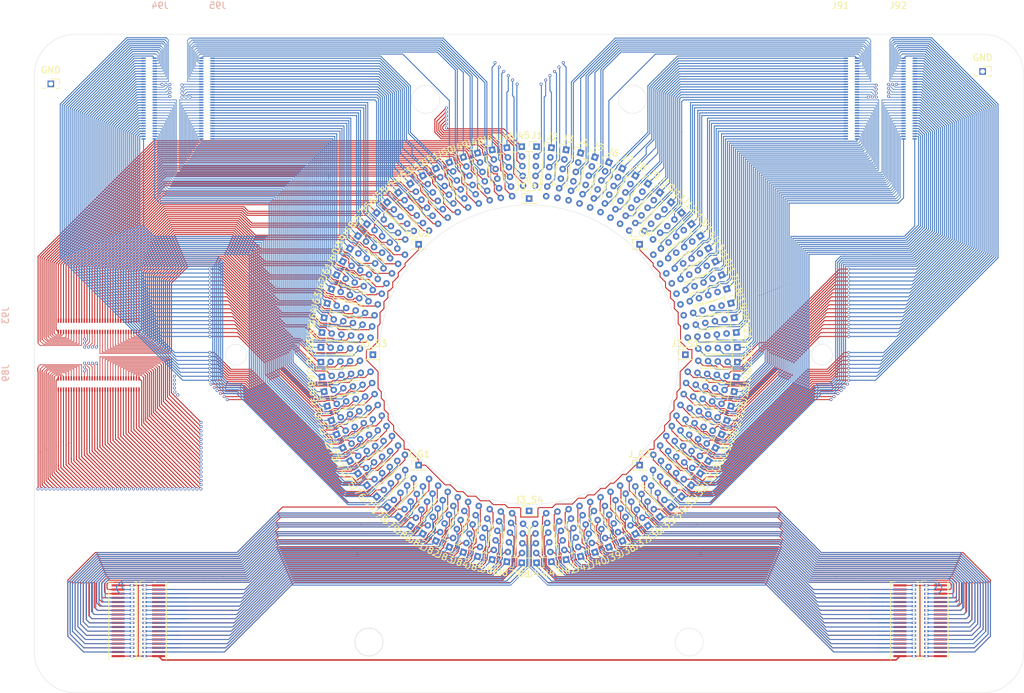
<source format=kicad_pcb>
(kicad_pcb (version 20221018) (generator pcbnew)

  (general
    (thickness 1.6)
  )

  (paper "A4")
  (layers
    (0 "F.Cu" signal)
    (1 "In1.Cu" signal)
    (2 "In2.Cu" signal)
    (31 "B.Cu" signal)
    (32 "B.Adhes" user "B.Adhesive")
    (33 "F.Adhes" user "F.Adhesive")
    (34 "B.Paste" user)
    (35 "F.Paste" user)
    (36 "B.SilkS" user "B.Silkscreen")
    (37 "F.SilkS" user "F.Silkscreen")
    (38 "B.Mask" user)
    (39 "F.Mask" user)
    (40 "Dwgs.User" user "User.Drawings")
    (41 "Cmts.User" user "User.Comments")
    (42 "Eco1.User" user "User.Eco1")
    (43 "Eco2.User" user "User.Eco2")
    (44 "Edge.Cuts" user)
    (45 "Margin" user)
    (46 "B.CrtYd" user "B.Courtyard")
    (47 "F.CrtYd" user "F.Courtyard")
    (48 "B.Fab" user)
    (49 "F.Fab" user)
  )

  (setup
    (stackup
      (layer "F.SilkS" (type "Top Silk Screen"))
      (layer "F.Paste" (type "Top Solder Paste"))
      (layer "F.Mask" (type "Top Solder Mask") (thickness 0.01))
      (layer "F.Cu" (type "copper") (thickness 0.035))
      (layer "dielectric 1" (type "prepreg") (thickness 0.1) (material "FR4") (epsilon_r 4.5) (loss_tangent 0.02))
      (layer "In1.Cu" (type "copper") (thickness 0.035))
      (layer "dielectric 2" (type "core") (thickness 1.24) (material "FR4") (epsilon_r 4.5) (loss_tangent 0.02))
      (layer "In2.Cu" (type "copper") (thickness 0.035))
      (layer "dielectric 3" (type "prepreg") (thickness 0.1) (material "FR4") (epsilon_r 4.5) (loss_tangent 0.02))
      (layer "B.Cu" (type "copper") (thickness 0.035))
      (layer "B.Mask" (type "Bottom Solder Mask") (thickness 0.01))
      (layer "B.Paste" (type "Bottom Solder Paste"))
      (layer "B.SilkS" (type "Bottom Silk Screen"))
      (copper_finish "None")
      (dielectric_constraints no)
    )
    (pad_to_mask_clearance 0.01)
    (solder_mask_min_width 0.01)
    (pcbplotparams
      (layerselection 0x00010fc_ffffffff)
      (plot_on_all_layers_selection 0x0000000_00000000)
      (disableapertmacros false)
      (usegerberextensions false)
      (usegerberattributes true)
      (usegerberadvancedattributes true)
      (creategerberjobfile true)
      (dashed_line_dash_ratio 12.000000)
      (dashed_line_gap_ratio 3.000000)
      (svgprecision 6)
      (plotframeref false)
      (viasonmask false)
      (mode 1)
      (useauxorigin false)
      (hpglpennumber 1)
      (hpglpenspeed 20)
      (hpglpendiameter 15.000000)
      (dxfpolygonmode true)
      (dxfimperialunits true)
      (dxfusepcbnewfont true)
      (psnegative false)
      (psa4output false)
      (plotreference true)
      (plotvalue true)
      (plotinvisibletext false)
      (sketchpadsonfab false)
      (subtractmaskfromsilk false)
      (outputformat 1)
      (mirror false)
      (drillshape 1)
      (scaleselection 1)
      (outputdirectory "")
    )
  )

  (net 0 "")
  (net 1 "unconnected-(J3_S4-Pin_1-Pad1)")
  (net 2 "unconnected-(J34-Pin_5-Pad5)")
  (net 3 "unconnected-(J34-Pin_4-Pad4)")
  (net 4 "unconnected-(J34-Pin_3-Pad3)")
  (net 5 "unconnected-(J34-Pin_2-Pad2)")
  (net 6 "unconnected-(J34-Pin_1-Pad1)")
  (net 7 "unconnected-(J35-Pin_6-Pad6)")
  (net 8 "unconnected-(J35-Pin_5-Pad5)")
  (net 9 "unconnected-(J35-Pin_4-Pad4)")
  (net 10 "unconnected-(J35-Pin_3-Pad3)")
  (net 11 "unconnected-(J35-Pin_2-Pad2)")
  (net 12 "unconnected-(J35-Pin_1-Pad1)")
  (net 13 "unconnected-(J36-Pin_6-Pad6)")
  (net 14 "unconnected-(J36-Pin_5-Pad5)")
  (net 15 "unconnected-(J36-Pin_4-Pad4)")
  (net 16 "unconnected-(J36-Pin_3-Pad3)")
  (net 17 "unconnected-(J36-Pin_2-Pad2)")
  (net 18 "Net-(J67-Pin_2)")
  (net 19 "Net-(J67-Pin_4)")
  (net 20 "Net-(J68-Pin_1)")
  (net 21 "Net-(J68-Pin_3)")
  (net 22 "Net-(J68-Pin_5)")
  (net 23 "Net-(J69-Pin_1)")
  (net 24 "Net-(J69-Pin_3)")
  (net 25 "Net-(J69-Pin_5)")
  (net 26 "Net-(J70-Pin_1)")
  (net 27 "Net-(J70-Pin_3)")
  (net 28 "Net-(J70-Pin_5)")
  (net 29 "Net-(J71-Pin_1)")
  (net 30 "Net-(J71-Pin_3)")
  (net 31 "Net-(J71-Pin_5)")
  (net 32 "unconnected-(J36-Pin_1-Pad1)")
  (net 33 "unconnected-(J37-Pin_6-Pad6)")
  (net 34 "unconnected-(J37-Pin_5-Pad5)")
  (net 35 "unconnected-(J37-Pin_4-Pad4)")
  (net 36 "unconnected-(J37-Pin_3-Pad3)")
  (net 37 "unconnected-(J37-Pin_2-Pad2)")
  (net 38 "unconnected-(J37-Pin_1-Pad1)")
  (net 39 "unconnected-(J38-Pin_6-Pad6)")
  (net 40 "unconnected-(J38-Pin_5-Pad5)")
  (net 41 "unconnected-(J38-Pin_4-Pad4)")
  (net 42 "unconnected-(J38-Pin_3-Pad3)")
  (net 43 "unconnected-(J38-Pin_2-Pad2)")
  (net 44 "unconnected-(J38-Pin_1-Pad1)")
  (net 45 "unconnected-(J39-Pin_6-Pad6)")
  (net 46 "unconnected-(J39-Pin_5-Pad5)")
  (net 47 "unconnected-(J39-Pin_4-Pad4)")
  (net 48 "Net-(J50-Pin_3)")
  (net 49 "Net-(J50-Pin_1)")
  (net 50 "Net-(J49-Pin_5)")
  (net 51 "Net-(J49-Pin_3)")
  (net 52 "Net-(J49-Pin_1)")
  (net 53 "Net-(J48-Pin_5)")
  (net 54 "Net-(J48-Pin_3)")
  (net 55 "Net-(J48-Pin_1)")
  (net 56 "Net-(J47-Pin_5)")
  (net 57 "Net-(J47-Pin_3)")
  (net 58 "Net-(J47-Pin_1)")
  (net 59 "Net-(J46-Pin_5)")
  (net 60 "Net-(J46-Pin_3)")
  (net 61 "Net-(J46-Pin_1)")
  (net 62 "Net-(J45-Pin_4)")
  (net 63 "Net-(J45-Pin_2)")
  (net 64 "Net-(J66-Pin_5)")
  (net 65 "Net-(J66-Pin_3)")
  (net 66 "Net-(J66-Pin_1)")
  (net 67 "Net-(J65-Pin_5)")
  (net 68 "Net-(J65-Pin_3)")
  (net 69 "Net-(J65-Pin_1)")
  (net 70 "Net-(J64-Pin_5)")
  (net 71 "Net-(J64-Pin_3)")
  (net 72 "Net-(J64-Pin_1)")
  (net 73 "Net-(J63-Pin_5)")
  (net 74 "Net-(J63-Pin_3)")
  (net 75 "Net-(J63-Pin_1)")
  (net 76 "Net-(J62-Pin_1)")
  (net 77 "Net-(J62-Pin_3)")
  (net 78 "Net-(J62-Pin_5)")
  (net 79 "Net-(J61-Pin_1)")
  (net 80 "Net-(J61-Pin_3)")
  (net 81 "Net-(J61-Pin_5)")
  (net 82 "Net-(J60-Pin_1)")
  (net 83 "Net-(J60-Pin_3)")
  (net 84 "Net-(J60-Pin_5)")
  (net 85 "Net-(J59-Pin_1)")
  (net 86 "Net-(J59-Pin_3)")
  (net 87 "Net-(J59-Pin_5)")
  (net 88 "Net-(J58-Pin_1)")
  (net 89 "Net-(J58-Pin_3)")
  (net 90 "Net-(J58-Pin_5)")
  (net 91 "Net-(J57-Pin_1)")
  (net 92 "Net-(J57-Pin_3)")
  (net 93 "Net-(J57-Pin_5)")
  (net 94 "Net-(J56-Pin_4)")
  (net 95 "Net-(J56-Pin_2)")
  (net 96 "Net-(J55-Pin_5)")
  (net 97 "Net-(J55-Pin_3)")
  (net 98 "Net-(J55-Pin_1)")
  (net 99 "Net-(J54-Pin_5)")
  (net 100 "Net-(J54-Pin_3)")
  (net 101 "Net-(J54-Pin_1)")
  (net 102 "Net-(J53-Pin_5)")
  (net 103 "Net-(J53-Pin_3)")
  (net 104 "Net-(J53-Pin_1)")
  (net 105 "Net-(J52-Pin_5)")
  (net 106 "Net-(J52-Pin_3)")
  (net 107 "Net-(J52-Pin_1)")
  (net 108 "Net-(J51-Pin_5)")
  (net 109 "Net-(J51-Pin_3)")
  (net 110 "Net-(J51-Pin_1)")
  (net 111 "Net-(J50-Pin_5)")
  (net 112 "unconnected-(J39-Pin_3-Pad3)")
  (net 113 "unconnected-(J39-Pin_2-Pad2)")
  (net 114 "unconnected-(J39-Pin_1-Pad1)")
  (net 115 "unconnected-(J40-Pin_6-Pad6)")
  (net 116 "unconnected-(J40-Pin_5-Pad5)")
  (net 117 "unconnected-(J40-Pin_4-Pad4)")
  (net 118 "unconnected-(J40-Pin_3-Pad3)")
  (net 119 "unconnected-(J40-Pin_2-Pad2)")
  (net 120 "unconnected-(J40-Pin_1-Pad1)")
  (net 121 "unconnected-(J41-Pin_6-Pad6)")
  (net 122 "unconnected-(J41-Pin_5-Pad5)")
  (net 123 "unconnected-(J41-Pin_4-Pad4)")
  (net 124 "unconnected-(J41-Pin_3-Pad3)")
  (net 125 "unconnected-(J41-Pin_2-Pad2)")
  (net 126 "unconnected-(J41-Pin_1-Pad1)")
  (net 127 "unconnected-(J42-Pin_6-Pad6)")
  (net 128 "Net-(J23-Pin_2)")
  (net 129 "Net-(J23-Pin_4)")
  (net 130 "Net-(J24-Pin_1)")
  (net 131 "Net-(J24-Pin_3)")
  (net 132 "Net-(J24-Pin_5)")
  (net 133 "Net-(J25-Pin_1)")
  (net 134 "Net-(J25-Pin_3)")
  (net 135 "Net-(J25-Pin_5)")
  (net 136 "Net-(J26-Pin_1)")
  (net 137 "Net-(J26-Pin_3)")
  (net 138 "Net-(J26-Pin_5)")
  (net 139 "Net-(J27-Pin_1)")
  (net 140 "Net-(J27-Pin_3)")
  (net 141 "Net-(J27-Pin_5)")
  (net 142 "Net-(J28-Pin_1)")
  (net 143 "Net-(J28-Pin_3)")
  (net 144 "Net-(J28-Pin_5)")
  (net 145 "Net-(J29-Pin_1)")
  (net 146 "Net-(J29-Pin_3)")
  (net 147 "Net-(J29-Pin_5)")
  (net 148 "Net-(J30-Pin_1)")
  (net 149 "Net-(J30-Pin_3)")
  (net 150 "Net-(J30-Pin_5)")
  (net 151 "Net-(J31-Pin_1)")
  (net 152 "Net-(J31-Pin_3)")
  (net 153 "Net-(J31-Pin_5)")
  (net 154 "Net-(J32-Pin_1)")
  (net 155 "Net-(J32-Pin_3)")
  (net 156 "Net-(J32-Pin_5)")
  (net 157 "Net-(J33-Pin_1)")
  (net 158 "Net-(J33-Pin_3)")
  (net 159 "Net-(J33-Pin_5)")
  (net 160 "unconnected-(J42-Pin_5-Pad5)")
  (net 161 "unconnected-(J42-Pin_4-Pad4)")
  (net 162 "unconnected-(J42-Pin_3-Pad3)")
  (net 163 "unconnected-(J42-Pin_2-Pad2)")
  (net 164 "unconnected-(J42-Pin_1-Pad1)")
  (net 165 "unconnected-(J43-Pin_6-Pad6)")
  (net 166 "unconnected-(J43-Pin_5-Pad5)")
  (net 167 "unconnected-(J43-Pin_4-Pad4)")
  (net 168 "unconnected-(J43-Pin_3-Pad3)")
  (net 169 "unconnected-(J43-Pin_2-Pad2)")
  (net 170 "unconnected-(J43-Pin_1-Pad1)")
  (net 171 "unconnected-(J44-Pin_5-Pad5)")
  (net 172 "unconnected-(J44-Pin_4-Pad4)")
  (net 173 "unconnected-(J44-Pin_3-Pad3)")
  (net 174 "unconnected-(J44-Pin_2-Pad2)")
  (net 175 "unconnected-(J44-Pin_1-Pad1)")
  (net 176 "Net-(J6-Pin_5)")
  (net 177 "Net-(J7-Pin_1)")
  (net 178 "Net-(J7-Pin_3)")
  (net 179 "Net-(J7-Pin_5)")
  (net 180 "Net-(J8-Pin_1)")
  (net 181 "Net-(J8-Pin_3)")
  (net 182 "Net-(J8-Pin_5)")
  (net 183 "Net-(J9-Pin_1)")
  (net 184 "Net-(J9-Pin_3)")
  (net 185 "Net-(J9-Pin_5)")
  (net 186 "Net-(J10-Pin_1)")
  (net 187 "Net-(J10-Pin_3)")
  (net 188 "Net-(J10-Pin_5)")
  (net 189 "Net-(J11-Pin_1)")
  (net 190 "Net-(J11-Pin_3)")
  (net 191 "Net-(J11-Pin_5)")
  (net 192 "Net-(J12-Pin_2)")
  (net 193 "Net-(J12-Pin_4)")
  (net 194 "Net-(J13-Pin_5)")
  (net 195 "Net-(J13-Pin_3)")
  (net 196 "Net-(J13-Pin_1)")
  (net 197 "Net-(J14-Pin_5)")
  (net 198 "Net-(J14-Pin_3)")
  (net 199 "Net-(J14-Pin_1)")
  (net 200 "Net-(J15-Pin_5)")
  (net 201 "Net-(J15-Pin_3)")
  (net 202 "Net-(J15-Pin_1)")
  (net 203 "Net-(J16-Pin_5)")
  (net 204 "Net-(J16-Pin_3)")
  (net 205 "Net-(J16-Pin_1)")
  (net 206 "Net-(J17-Pin_5)")
  (net 207 "Net-(J17-Pin_3)")
  (net 208 "Net-(J17-Pin_1)")
  (net 209 "Net-(J18-Pin_5)")
  (net 210 "Net-(J18-Pin_3)")
  (net 211 "Net-(J18-Pin_1)")
  (net 212 "Net-(J19-Pin_1)")
  (net 213 "Net-(J19-Pin_3)")
  (net 214 "Net-(J19-Pin_5)")
  (net 215 "Net-(J20-Pin_1)")
  (net 216 "Net-(J20-Pin_3)")
  (net 217 "Net-(J20-Pin_5)")
  (net 218 "Net-(J21-Pin_1)")
  (net 219 "Net-(J21-Pin_3)")
  (net 220 "Net-(J21-Pin_5)")
  (net 221 "Net-(J22-Pin_1)")
  (net 222 "Net-(J22-Pin_3)")
  (net 223 "Net-(J22-Pin_5)")
  (net 224 "Net-(J1-Pin_2)")
  (net 225 "Net-(J1-Pin_4)")
  (net 226 "Net-(J2-Pin_1)")
  (net 227 "Net-(J2-Pin_3)")
  (net 228 "Net-(J2-Pin_5)")
  (net 229 "Net-(J3-Pin_1)")
  (net 230 "Net-(J3-Pin_3)")
  (net 231 "Net-(J3-Pin_5)")
  (net 232 "Net-(J4-Pin_1)")
  (net 233 "Net-(J4-Pin_3)")
  (net 234 "Net-(J4-Pin_5)")
  (net 235 "Net-(J5-Pin_1)")
  (net 236 "Net-(J5-Pin_3)")
  (net 237 "Net-(J5-Pin_5)")
  (net 238 "Net-(J6-Pin_1)")
  (net 239 "Net-(J6-Pin_3)")
  (net 240 "Net-(J6-Pin_4)")
  (net 241 "Net-(J6-Pin_6)")
  (net 242 "Net-(J7-Pin_2)")
  (net 243 "Net-(J7-Pin_4)")
  (net 244 "Net-(J7-Pin_6)")
  (net 245 "Net-(J8-Pin_2)")
  (net 246 "Net-(J8-Pin_4)")
  (net 247 "Net-(J8-Pin_6)")
  (net 248 "Net-(J89-Pin_3)")
  (net 249 "Net-(J89-Pin_4)")
  (net 250 "Net-(J89-Pin_5)")
  (net 251 "Net-(J10-Pin_2)")
  (net 252 "Net-(J10-Pin_4)")
  (net 253 "Net-(J10-Pin_6)")
  (net 254 "Net-(J11-Pin_2)")
  (net 255 "Net-(J11-Pin_4)")
  (net 256 "Net-(J1-Pin_1)")
  (net 257 "Net-(J1-Pin_3)")
  (net 258 "Net-(J1-Pin_5)")
  (net 259 "Net-(J2-Pin_2)")
  (net 260 "Net-(J2-Pin_4)")
  (net 261 "Net-(J2-Pin_6)")
  (net 262 "Net-(J3-Pin_2)")
  (net 263 "Net-(J3-Pin_4)")
  (net 264 "Net-(J3-Pin_6)")
  (net 265 "Net-(J4-Pin_2)")
  (net 266 "Net-(J4-Pin_4)")
  (net 267 "Net-(J4-Pin_6)")
  (net 268 "Net-(J5-Pin_2)")
  (net 269 "Net-(J5-Pin_4)")
  (net 270 "Net-(J5-Pin_6)")
  (net 271 "Net-(J6-Pin_2)")
  (net 272 "Net-(J67-Pin_1)")
  (net 273 "unconnected-(J67-Pin_3-Pad3)")
  (net 274 "unconnected-(J67-Pin_5-Pad5)")
  (net 275 "unconnected-(J68-Pin_2-Pad2)")
  (net 276 "unconnected-(J68-Pin_4-Pad4)")
  (net 277 "unconnected-(J68-Pin_6-Pad6)")
  (net 278 "unconnected-(J69-Pin_2-Pad2)")
  (net 279 "unconnected-(J69-Pin_4-Pad4)")
  (net 280 "unconnected-(J69-Pin_6-Pad6)")
  (net 281 "unconnected-(J70-Pin_2-Pad2)")
  (net 282 "unconnected-(J70-Pin_4-Pad4)")
  (net 283 "unconnected-(J70-Pin_6-Pad6)")
  (net 284 "unconnected-(J71-Pin_2-Pad2)")
  (net 285 "unconnected-(J71-Pin_4-Pad4)")
  (net 286 "Net-(J50-Pin_4)")
  (net 287 "Net-(J50-Pin_6)")
  (net 288 "Net-(J51-Pin_2)")
  (net 289 "Net-(J51-Pin_4)")
  (net 290 "Net-(J51-Pin_6)")
  (net 291 "Net-(J52-Pin_2)")
  (net 292 "Net-(J52-Pin_4)")
  (net 293 "Net-(J52-Pin_6)")
  (net 294 "Net-(J53-Pin_2)")
  (net 295 "Net-(J53-Pin_4)")
  (net 296 "Net-(J53-Pin_6)")
  (net 297 "Net-(J54-Pin_2)")
  (net 298 "Net-(J54-Pin_4)")
  (net 299 "Net-(J54-Pin_6)")
  (net 300 "Net-(J55-Pin_2)")
  (net 301 "Net-(J55-Pin_4)")
  (net 302 "Net-(J56-Pin_1)")
  (net 303 "Net-(J56-Pin_3)")
  (net 304 "Net-(J56-Pin_5)")
  (net 305 "Net-(J57-Pin_2)")
  (net 306 "Net-(J57-Pin_4)")
  (net 307 "Net-(J57-Pin_6)")
  (net 308 "Net-(J58-Pin_2)")
  (net 309 "Net-(J58-Pin_4)")
  (net 310 "Net-(J58-Pin_6)")
  (net 311 "Net-(J59-Pin_2)")
  (net 312 "Net-(J59-Pin_4)")
  (net 313 "Net-(J59-Pin_6)")
  (net 314 "Net-(J60-Pin_2)")
  (net 315 "Net-(J60-Pin_4)")
  (net 316 "Net-(J60-Pin_6)")
  (net 317 "Net-(J61-Pin_2)")
  (net 318 "Net-(J61-Pin_4)")
  (net 319 "Net-(J61-Pin_6)")
  (net 320 "Net-(J62-Pin_2)")
  (net 321 "Net-(J62-Pin_4)")
  (net 322 "Net-(J62-Pin_6)")
  (net 323 "Net-(J63-Pin_2)")
  (net 324 "Net-(J63-Pin_4)")
  (net 325 "Net-(J63-Pin_6)")
  (net 326 "Net-(J64-Pin_2)")
  (net 327 "Net-(J64-Pin_4)")
  (net 328 "Net-(J64-Pin_6)")
  (net 329 "Net-(J65-Pin_2)")
  (net 330 "Net-(J65-Pin_4)")
  (net 331 "Net-(J65-Pin_6)")
  (net 332 "Net-(J66-Pin_2)")
  (net 333 "Net-(J66-Pin_4)")
  (net 334 "Net-(J45-Pin_1)")
  (net 335 "Net-(J45-Pin_3)")
  (net 336 "Net-(J45-Pin_5)")
  (net 337 "Net-(J46-Pin_2)")
  (net 338 "Net-(J46-Pin_4)")
  (net 339 "Net-(J46-Pin_6)")
  (net 340 "Net-(J47-Pin_2)")
  (net 341 "Net-(J47-Pin_4)")
  (net 342 "Net-(J47-Pin_6)")
  (net 343 "Net-(J48-Pin_2)")
  (net 344 "Net-(J48-Pin_4)")
  (net 345 "Net-(J48-Pin_6)")
  (net 346 "Net-(J49-Pin_2)")
  (net 347 "Net-(J49-Pin_4)")
  (net 348 "Net-(J49-Pin_6)")
  (net 349 "Net-(J50-Pin_2)")
  (net 350 "Net-(J86-Pin_2)")
  (net 351 "Net-(J23-Pin_1)")
  (net 352 "Net-(J23-Pin_3)")
  (net 353 "Net-(J23-Pin_5)")
  (net 354 "Net-(J24-Pin_2)")
  (net 355 "Net-(J24-Pin_4)")
  (net 356 "Net-(J24-Pin_6)")
  (net 357 "Net-(J25-Pin_2)")
  (net 358 "Net-(J25-Pin_4)")
  (net 359 "Net-(J25-Pin_6)")
  (net 360 "Net-(J26-Pin_2)")
  (net 361 "Net-(J26-Pin_4)")
  (net 362 "Net-(J26-Pin_6)")
  (net 363 "Net-(J27-Pin_2)")
  (net 364 "Net-(J27-Pin_4)")
  (net 365 "Net-(J27-Pin_6)")
  (net 366 "Net-(J28-Pin_2)")
  (net 367 "Net-(J28-Pin_4)")
  (net 368 "Net-(J28-Pin_6)")
  (net 369 "Net-(J86-Pin_4)")
  (net 370 "Net-(J86-Pin_6)")
  (net 371 "Net-(J87-Pin_2)")
  (net 372 "Net-(J87-Pin_4)")
  (net 373 "Net-(J87-Pin_6)")
  (net 374 "Net-(J88-Pin_2)")
  (net 375 "Net-(J88-Pin_4)")
  (net 376 "unconnected-(J3_S3-Pin_1-Pad1)")
  (net 377 "unconnected-(J3_S2-Pin_1-Pad1)")
  (net 378 "unconnected-(J3_S1-Pin_1-Pad1)")
  (net 379 "unconnected-(J94-Pin_64-Pad64)")
  (net 380 "unconnected-(J94-Pin_63-Pad63)")
  (net 381 "unconnected-(J94-Pin_62-Pad62)")
  (net 382 "unconnected-(J94-Pin_61-Pad61)")
  (net 383 "unconnected-(J94-Pin_60-Pad60)")
  (net 384 "unconnected-(J94-Pin_59-Pad59)")
  (net 385 "unconnected-(J94-Pin_58-Pad58)")
  (net 386 "unconnected-(J94-Pin_57-Pad57)")
  (net 387 "unconnected-(J94-Pin_56-Pad56)")
  (net 388 "unconnected-(J94-Pin_55-Pad55)")
  (net 389 "unconnected-(J94-Pin_54-Pad54)")
  (net 390 "unconnected-(J94-Pin_53-Pad53)")
  (net 391 "unconnected-(J94-Pin_52-Pad52)")
  (net 392 "unconnected-(J94-Pin_51-Pad51)")
  (net 393 "unconnected-(J94-Pin_50-Pad50)")
  (net 394 "unconnected-(J94-Pin_16-Pad16)")
  (net 395 "unconnected-(J94-Pin_15-Pad15)")
  (net 396 "unconnected-(J94-Pin_14-Pad14)")
  (net 397 "unconnected-(J94-Pin_13-Pad13)")
  (net 398 "unconnected-(J94-Pin_12-Pad12)")
  (net 399 "unconnected-(J94-Pin_11-Pad11)")
  (net 400 "unconnected-(J94-Pin_10-Pad10)")
  (net 401 "unconnected-(J94-Pin_9-Pad9)")
  (net 402 "unconnected-(J94-Pin_8-Pad8)")
  (net 403 "unconnected-(J94-Pin_7-Pad7)")
  (net 404 "unconnected-(J94-Pin_6-Pad6)")
  (net 405 "unconnected-(J94-Pin_5-Pad5)")
  (net 406 "unconnected-(J94-Pin_4-Pad4)")
  (net 407 "unconnected-(J94-Pin_3-Pad3)")
  (net 408 "unconnected-(J94-Pin_2-Pad2)")
  (net 409 "unconnected-(J94-Pin_1-Pad1)")
  (net 410 "unconnected-(J71-Pin_6-Pad6)")
  (net 411 "Net-(J72-Pin_1)")
  (net 412 "unconnected-(J72-Pin_2-Pad2)")
  (net 413 "Net-(J72-Pin_3)")
  (net 414 "unconnected-(J72-Pin_4-Pad4)")
  (net 415 "Net-(J72-Pin_5)")
  (net 416 "unconnected-(J72-Pin_6-Pad6)")
  (net 417 "Net-(J73-Pin_1)")
  (net 418 "unconnected-(J73-Pin_2-Pad2)")
  (net 419 "Net-(J73-Pin_3)")
  (net 420 "unconnected-(J73-Pin_4-Pad4)")
  (net 421 "Net-(J73-Pin_5)")
  (net 422 "unconnected-(J73-Pin_6-Pad6)")
  (net 423 "Net-(J74-Pin_1)")
  (net 424 "unconnected-(J74-Pin_2-Pad2)")
  (net 425 "Net-(J74-Pin_3)")
  (net 426 "unconnected-(J74-Pin_4-Pad4)")
  (net 427 "Net-(J74-Pin_5)")
  (net 428 "unconnected-(J74-Pin_6-Pad6)")
  (net 429 "Net-(J75-Pin_1)")
  (net 430 "unconnected-(J75-Pin_2-Pad2)")
  (net 431 "Net-(J75-Pin_3)")
  (net 432 "unconnected-(J75-Pin_4-Pad4)")
  (net 433 "Net-(J75-Pin_5)")
  (net 434 "unconnected-(J75-Pin_6-Pad6)")
  (net 435 "Net-(J76-Pin_1)")
  (net 436 "unconnected-(J76-Pin_2-Pad2)")
  (net 437 "Net-(J76-Pin_3)")
  (net 438 "unconnected-(J76-Pin_4-Pad4)")
  (net 439 "Net-(J76-Pin_5)")
  (net 440 "unconnected-(J76-Pin_6-Pad6)")
  (net 441 "Net-(J77-Pin_1)")
  (net 442 "unconnected-(J77-Pin_2-Pad2)")
  (net 443 "Net-(J77-Pin_3)")
  (net 444 "unconnected-(J77-Pin_4-Pad4)")
  (net 445 "Net-(J77-Pin_5)")
  (net 446 "Net-(J29-Pin_2)")
  (net 447 "Net-(J29-Pin_4)")
  (net 448 "Net-(J29-Pin_6)")
  (net 449 "Net-(J30-Pin_2)")
  (net 450 "Net-(J30-Pin_4)")
  (net 451 "Net-(J30-Pin_6)")
  (net 452 "Net-(J31-Pin_2)")
  (net 453 "Net-(J31-Pin_4)")
  (net 454 "Net-(J31-Pin_6)")
  (net 455 "Net-(J32-Pin_2)")
  (net 456 "Net-(J32-Pin_4)")
  (net 457 "Net-(J32-Pin_6)")
  (net 458 "Net-(J33-Pin_2)")
  (net 459 "Net-(J33-Pin_4)")
  (net 460 "Net-(J83-Pin_2)")
  (net 461 "Net-(J83-Pin_4)")
  (net 462 "Net-(J83-Pin_6)")
  (net 463 "Net-(J84-Pin_2)")
  (net 464 "Net-(J84-Pin_4)")
  (net 465 "Net-(J84-Pin_6)")
  (net 466 "Net-(J85-Pin_2)")
  (net 467 "Net-(J85-Pin_4)")
  (net 468 "Net-(J85-Pin_6)")
  (net 469 "Net-(J81-Pin_2)")
  (net 470 "Net-(J81-Pin_4)")
  (net 471 "Net-(J81-Pin_6)")
  (net 472 "Net-(J82-Pin_2)")
  (net 473 "Net-(J82-Pin_4)")
  (net 474 "Net-(J82-Pin_6)")
  (net 475 "Net-(J78-Pin_1)")
  (net 476 "Net-(J78-Pin_3)")
  (net 477 "Net-(J78-Pin_5)")
  (net 478 "Net-(J79-Pin_2)")
  (net 479 "Net-(J79-Pin_4)")
  (net 480 "Net-(J79-Pin_6)")
  (net 481 "Net-(J80-Pin_2)")
  (net 482 "Net-(J80-Pin_4)")
  (net 483 "Net-(J80-Pin_6)")
  (net 484 "Net-(J83-Pin_1)")
  (net 485 "Net-(J83-Pin_3)")
  (net 486 "Net-(J83-Pin_5)")
  (net 487 "Net-(J84-Pin_1)")
  (net 488 "Net-(J84-Pin_3)")
  (net 489 "Net-(J84-Pin_5)")
  (net 490 "Net-(J85-Pin_1)")
  (net 491 "Net-(J85-Pin_3)")
  (net 492 "Net-(J85-Pin_5)")
  (net 493 "Net-(J86-Pin_1)")
  (net 494 "Net-(J86-Pin_3)")
  (net 495 "Net-(J86-Pin_5)")
  (net 496 "Net-(J87-Pin_1)")
  (net 497 "Net-(J87-Pin_3)")
  (net 498 "Net-(J87-Pin_5)")
  (net 499 "Net-(J88-Pin_1)")
  (net 500 "Net-(J88-Pin_3)")
  (net 501 "Net-(J88-Pin_5)")
  (net 502 "Net-(J78-Pin_2)")
  (net 503 "Net-(J78-Pin_4)")
  (net 504 "Net-(J79-Pin_1)")
  (net 505 "Net-(J79-Pin_3)")
  (net 506 "Net-(J79-Pin_5)")
  (net 507 "Net-(J80-Pin_1)")
  (net 508 "Net-(J80-Pin_3)")
  (net 509 "Net-(J80-Pin_5)")
  (net 510 "Net-(J81-Pin_1)")
  (net 511 "Net-(J81-Pin_3)")
  (net 512 "Net-(J81-Pin_5)")
  (net 513 "Net-(J82-Pin_1)")
  (net 514 "Net-(J82-Pin_3)")
  (net 515 "Net-(J82-Pin_5)")
  (net 516 "unconnected-(J97-Pin_3-Pad3)")
  (net 517 "unconnected-(J97-Pin_4-Pad4)")
  (net 518 "unconnected-(J97-Pin_5-Pad5)")
  (net 519 "unconnected-(J97-Pin_6-Pad6)")
  (net 520 "unconnected-(J97-Pin_7-Pad7)")
  (net 521 "unconnected-(J97-Pin_8-Pad8)")
  (net 522 "unconnected-(J97-Pin_9-Pad9)")
  (net 523 "unconnected-(J97-Pin_10-Pad10)")
  (net 524 "unconnected-(J97-Pin_11-Pad11)")
  (net 525 "unconnected-(J97-Pin_12-Pad12)")
  (net 526 "unconnected-(J97-Pin_13-Pad13)")
  (net 527 "unconnected-(J97-Pin_14-Pad14)")
  (net 528 "unconnected-(J97-Pin_15-Pad15)")
  (net 529 "unconnected-(J97-Pin_16-Pad16)")
  (net 530 "unconnected-(J97-Pin_17-Pad17)")
  (net 531 "unconnected-(J97-Pin_18-Pad18)")
  (net 532 "unconnected-(J97-Pin_19-Pad19)")
  (net 533 "unconnected-(J97-Pin_20-Pad20)")
  (net 534 "unconnected-(J97-Pin_21-Pad21)")
  (net 535 "unconnected-(J97-Pin_22-Pad22)")
  (net 536 "unconnected-(J97-Pin_23-Pad23)")
  (net 537 "unconnected-(J97-Pin_24-Pad24)")
  (net 538 "unconnected-(J97-Pin_25-Pad25)")
  (net 539 "unconnected-(J97-Pin_26-Pad26)")
  (net 540 "unconnected-(J97-Pin_27-Pad27)")
  (net 541 "unconnected-(J97-Pin_28-Pad28)")
  (net 542 "unconnected-(J97-Pin_29-Pad29)")
  (net 543 "unconnected-(J97-Pin_30-Pad30)")
  (net 544 "unconnected-(J97-Pin_31-Pad31)")
  (net 545 "unconnected-(J97-Pin_32-Pad32)")
  (net 546 "unconnected-(J97-Pin_33-Pad33)")
  (net 547 "unconnected-(J97-Pin_34-Pad34)")
  (net 548 "unconnected-(J98-Pin_3-Pad3)")
  (net 549 "unconnected-(J98-Pin_4-Pad4)")
  (net 550 "unconnected-(J98-Pin_5-Pad5)")
  (net 551 "unconnected-(J98-Pin_6-Pad6)")
  (net 552 "unconnected-(J98-Pin_7-Pad7)")
  (net 553 "unconnected-(J98-Pin_8-Pad8)")
  (net 554 "unconnected-(J98-Pin_9-Pad9)")
  (net 555 "unconnected-(J98-Pin_10-Pad10)")
  (net 556 "unconnected-(J98-Pin_11-Pad11)")
  (net 557 "unconnected-(J98-Pin_12-Pad12)")
  (net 558 "unconnected-(J98-Pin_13-Pad13)")
  (net 559 "unconnected-(J98-Pin_14-Pad14)")
  (net 560 "unconnected-(J98-Pin_15-Pad15)")
  (net 561 "unconnected-(J98-Pin_16-Pad16)")
  (net 562 "unconnected-(J98-Pin_17-Pad17)")
  (net 563 "unconnected-(J98-Pin_18-Pad18)")
  (net 564 "unconnected-(J98-Pin_19-Pad19)")
  (net 565 "unconnected-(J98-Pin_20-Pad20)")
  (net 566 "unconnected-(J98-Pin_21-Pad21)")
  (net 567 "unconnected-(J98-Pin_22-Pad22)")
  (net 568 "unconnected-(J98-Pin_23-Pad23)")
  (net 569 "unconnected-(J98-Pin_24-Pad24)")
  (net 570 "unconnected-(J98-Pin_25-Pad25)")
  (net 571 "unconnected-(J98-Pin_26-Pad26)")
  (net 572 "unconnected-(J98-Pin_27-Pad27)")
  (net 573 "unconnected-(J98-Pin_28-Pad28)")
  (net 574 "unconnected-(J98-Pin_29-Pad29)")
  (net 575 "unconnected-(J98-Pin_30-Pad30)")
  (net 576 "unconnected-(J98-Pin_31-Pad31)")
  (net 577 "unconnected-(J98-Pin_32-Pad32)")
  (net 578 "unconnected-(J98-Pin_33-Pad33)")
  (net 579 "unconnected-(J98-Pin_34-Pad34)")
  (net 580 "Net-(J22-Pin_2)")
  (net 581 "Net-(J22-Pin_4)")
  (net 582 "Net-(J12-Pin_1)")
  (net 583 "Net-(J12-Pin_3)")
  (net 584 "Net-(J12-Pin_5)")
  (net 585 "Net-(J13-Pin_2)")
  (net 586 "Net-(J13-Pin_4)")
  (net 587 "Net-(J13-Pin_6)")
  (net 588 "Net-(J14-Pin_2)")
  (net 589 "Net-(J14-Pin_4)")
  (net 590 "Net-(J14-Pin_6)")
  (net 591 "Net-(J15-Pin_2)")
  (net 592 "Net-(J15-Pin_4)")
  (net 593 "Net-(J15-Pin_6)")
  (net 594 "Net-(J16-Pin_2)")
  (net 595 "Net-(J16-Pin_4)")
  (net 596 "Net-(J16-Pin_6)")
  (net 597 "Net-(J17-Pin_2)")
  (net 598 "Net-(J17-Pin_4)")
  (net 599 "Net-(J17-Pin_6)")
  (net 600 "Net-(J18-Pin_2)")
  (net 601 "Net-(J18-Pin_4)")
  (net 602 "Net-(J18-Pin_6)")
  (net 603 "Net-(J19-Pin_2)")
  (net 604 "Net-(J19-Pin_4)")
  (net 605 "Net-(J19-Pin_6)")
  (net 606 "Net-(J20-Pin_2)")
  (net 607 "Net-(J20-Pin_4)")
  (net 608 "Net-(J20-Pin_6)")
  (net 609 "Net-(J21-Pin_2)")
  (net 610 "Net-(J21-Pin_4)")
  (net 611 "Net-(J21-Pin_6)")
  (net 612 "GND")

  (footprint "MEAboard_512_footprint:PinHeader_1x06_P1.5mm_Vertical" (layer "F.Cu") (at 180.362431 110.105584 -108.408636))

  (footprint "MEAboard_512_footprint:PinHeader_1x06_P1.5mm_Vertical" (layer "F.Cu") (at 166.328644 127.520455 -149.317727))

  (footprint "MEAboard_512_footprint:PinHeader_1x06_P1.5mm_Vertical" (layer "F.Cu") (at 133.671359 127.520457 149.318633))

  (footprint "MEAboard_512_footprint:PinHeader_1x06_P1.5mm_Vertical" (layer "F.Cu") (at 178.61521 114.323748 -116.590454))

  (footprint "MEAboard_512_footprint:PinHeader_1x06_P1.5mm_Vertical" (layer "F.Cu") (at 181.81665 96.579353 -83.863181))

  (footprint "MEAboard_512_footprint:PinHeader_1x06_P1.5mm_Vertical" (layer "F.Cu") (at 146.579357 131.81665 173.864087))

  (footprint "MEAboard_512_footprint:PinHeader_1x05_P1.5mm_Vertical" (layer "F.Cu") (at 173.420627 121.805372 -132.95409))

  (footprint "MEAboard_512_footprint:PinHeader_1x06_P1.5mm_Vertical" (layer "F.Cu") (at 181.81665 103.420641 -96.135909))

  (footprint "MEAboard_512_footprint:PinHeader_1x06_P1.5mm_Vertical" (layer "F.Cu") (at 120.435855 112.245871 112.500452))

  (footprint "MEAboard_512_footprint:PinHeader_1x06_P1.5mm_Vertical" (layer "F.Cu") (at 157.913811 131.005994 -165.681363))

  (footprint "MEAboard_512_footprint:PinHeader_2x32_P0.4mm_Vertical_SMD_Molex_Back" (layer "F.Cu") (at 206.865 54.12828))

  (footprint "MEAboard_512_footprint:PinHeader_1x01_P1.27mm_Vertical_0.483_STIM" (layer "F.Cu") (at 150 76))

  (footprint "MEAboard_512_footprint:PinHeader_1x06_P1.5mm_Vertical" (layer "F.Cu") (at 120.435854 87.754132 67.500453))

  (footprint "MEAboard_512_footprint:PinHeader_1x06_P1.5mm_Vertical" (layer "F.Cu") (at 164.323754 128.615208 -153.408636))

  (footprint "MEAboard_512_footprint:PinHeader_1x06_P1.5mm_Vertical" (layer "F.Cu") (at 164.323748 71.38479 -26.590454))

  (footprint "MEAboard_512_footprint:PinHeader_1x05_P1.5mm_Vertical" (layer "F.Cu") (at 151.142158 131.979611 -177.95409))

  (footprint "MEAboard_512_footprint:PinHeader_1x05_P1.5mm_Vertical" (layer "F.Cu") (at 148.857846 131.979611 177.954996))

  (footprint "MEAboard_512_footprint:PinHeader_1x06_P1.5mm_Vertical" (layer "F.Cu") (at 162.245867 70.435853 -22.499545))

  (footprint "MEAboard_512_footprint:PinHeader_1x01_P1.27mm_Vertical_0.483_GND" (layer "F.Cu") (at 133.096 83.058))

  (footprint "MEAboard_512_footprint:PinHeader_1x06_P1.5mm_Vertical" (layer "F.Cu") (at 181.49156 105.6817 -100.226818))

  (footprint "MEAboard_512_footprint:PinHeader_1x06_P1.5mm_Vertical" (layer "F.Cu") (at 181.005994 92.086189 -75.681363))

  (footprint "MEAboard_512_footprint:PinHeader_1x06_P1.5mm_Vertical" (layer "F.Cu") (at 144.318298 131.491559 169.773178))

  (footprint "MEAboard_512_footprint:PinHeader_1x05_P1.5mm_Vertical" (layer "F.Cu") (at 173.420623 78.194624 -47.045))

  (footprint "MEAboard_512_footprint:PinHeader_1x05_P1.5mm_Vertical" (layer "F.Cu") (at 181.979611 98.857842 -87.95409))

  (footprint "MEAboard_512_footprint:PinHeader_1x06_P1.5mm_Vertical" (layer "F.Cu") (at 125.083471 120.079009 128.864088))

  (footprint "MEAboard_512_footprint:PinHeader_1x01_P1.27mm_Vertical_0.483_STIM" (layer "F.Cu") (at 174 100))

  (footprint "MEA_512_Footprint:PinHeader_2x18_Omnetics_Vertical_Hole_SMD_left_back" (layer "F.Cu") (at 208.0466 135.45))

  (footprint "MEAboard_512_footprint:PinHeader_1x06_P1.5mm_Vertical" (layer "F.Cu") (at 131.749676 126.285466 145.227724))

  (footprint "MEAboard_512_footprint:PinHeader_1x06_P1.5mm_Vertical" (layer "F.Cu") (at 176.285464 81.749673 -55.226818))

  (footprint "MEAboard_512_footprint:PinHeader_1x06_P1.5mm_Vertical" (layer "F.Cu") (at 137.754131 129.564146 157.500451))

  (footprint "MEAboard_512_footprint:PinHeader_1x05_P1.5mm_Vertical" (layer "F.Cu") (at 126.579374 78.194627 47.045908))

  (footprint "MEAboard_512_footprint:PinHeader_1x06_P1.5mm_Vertical" (layer "F.Cu") (at 123.714535 118.250326 124.773179))

  (footprint "MEAboard_512_footprint:PinHeader_1x05_P1.5mm_Vertical" (layer "F.Cu") (at 148.857843 68.020389 2.045909))

  (footprint "MEA_512_Footprint:PinHeader_2x18_Omnetics_Vertical_Hole_SMD_right_back" (layer "F.Cu")
    (tstamp 681fae26-01d9-453e-a8fa-b166c654a869)
    (at 90.9434 135.4515)
    (descr "Through hole straight pin header, 2x18, 1.00mm pitch, double rows")
    (tags "Through hole pin header THT 2x18 1.00mm double row")
    (property "Sheetfile" "PCB512_2way_v2.kicad_sch")
    (property "Sheetname" "")
    (property "ki_description" "Generic connector, double row, 02x18, odd/even pin numbering scheme (row 1 odd numbers, ro
... [1490088 chars truncated]
</source>
